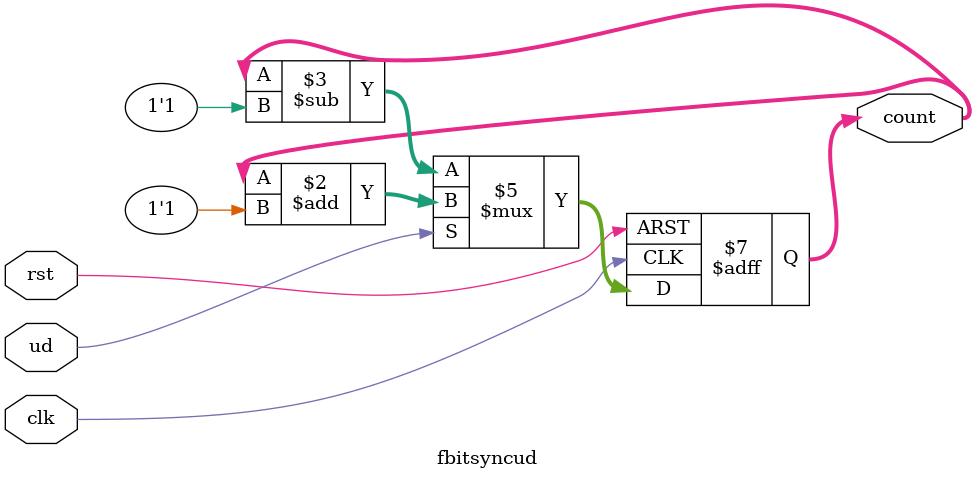
<source format=v>
module fbitsyncud(clk,rst,ud,count);
input clk,rst,ud;
output reg[3:0]count;
always @(posedge clk or posedge rst ) begin
    if(rst)
    count<=4'h0;
    else if(ud)
    count<=count+1'b1;
    else
    count<=count-1'b1;
end
endmodule
</source>
